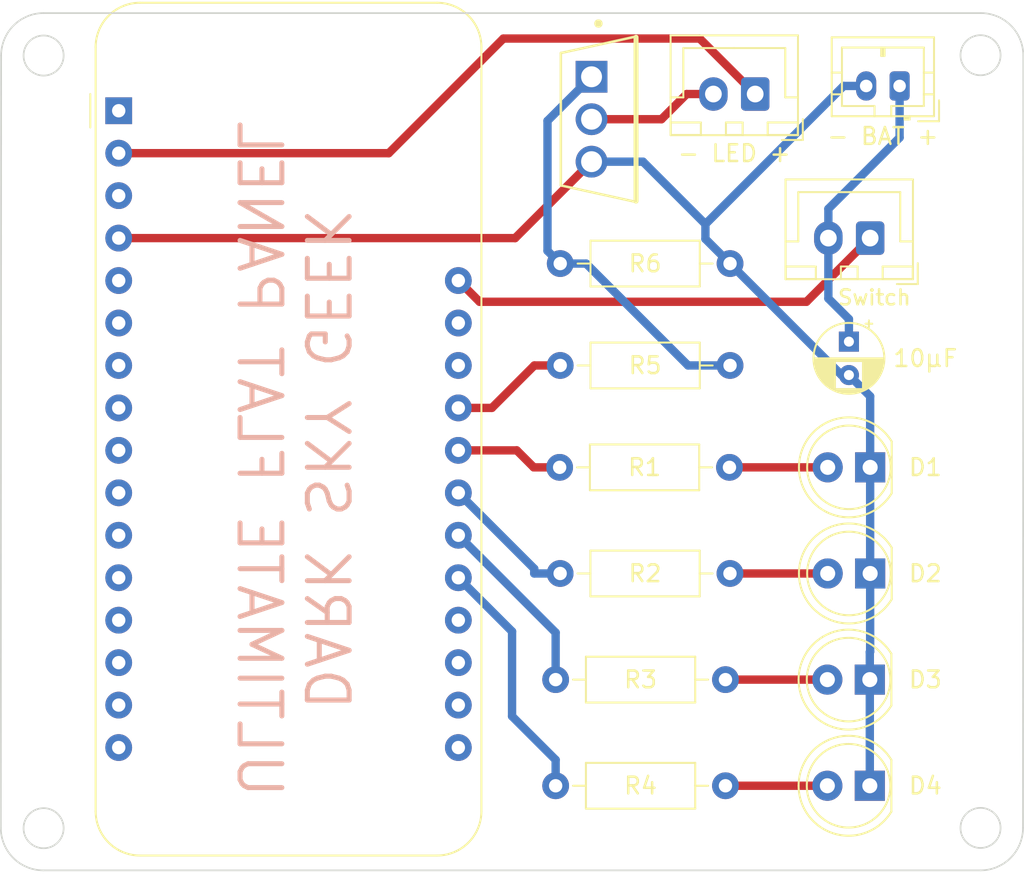
<source format=kicad_pcb>
(kicad_pcb (version 20211014) (generator pcbnew)
  (title_block (title "Wireless Flat Panel Control Circuit") (date "2023-03-21") (rev "1.0") (comment 3 "License: MIT") (comment 4 "Author: Julien Lecomte"))
  (layers (0 "F.Cu" signal) (31 "B.Cu" signal) (34 "B.Paste" user) (35 "F.Paste" user) (36 "B.SilkS" user "B.Silkscreen") (37 "F.SilkS" user "F.Silkscreen") (38 "B.Mask" user) (39 "F.Mask" user) (44 "Edge.Cuts" user))
  (net 0 "")
  (net 2 "Net-(A1-Pad2)")
  (net 20 "Net-(A1-Pad21)")
  (net 21 "Net-(A1-Pad22)")
  (net 22 "Net-(A1-Pad23)")
  (net 23 "Net-(A1-Pad24)")
  (net 24 "Net-(R5-Pad2)")
  (net 27 "Net-(C1-Pad1)")
  (net 28 "GND")
  (net 29 "Net-(D1-Pad2)")
  (net 30 "Net-(D2-Pad2)")
  (net 31 "Net-(D3-Pad2)")
  (net 32 "Net-(D4-Pad2)")
  (net 33 "Net-(Q1-Pad2)")
  (net 34 "Net-(Q1-Pad1)")
  (net 35 "Net-(A1-Pad28)")
  (footprint "LED_THT:LED_D5.0mm" (layer "F.Cu") (at 153.904 100.838 180)
    (fp_text reference "D3" (at -3.322 0) (layer "F.SilkS"))
    (fp_text value "LED")
    (fp_line (start -1.29 -1.545) (end -1.29 1.545) (layer "F.SilkS") (width 0.12))
    (fp_arc (start -1.29 -1.54483) (mid 2.072002 -2.880433) (end 4.26 0.000462) (layer "F.SilkS") (width 0.12))
    (fp_arc (start 4.26 -0.000462) (mid 2.072002 2.880433) (end -1.29 1.54483) (layer "F.SilkS") (width 0.12))
    (fp_circle (center 1.27 0) (end 3.77 0) (layer "F.SilkS") (width 0.12) (fill none))
    (pad "1" thru_hole rect (at 0 0 180) (size 1.8 1.8) (drill 0.9) (layers *.Cu *.Mask) (net 28 "GND"))
    (pad "2" thru_hole circle (at 2.54 0 180) (size 1.8 1.8) (drill 0.9) (layers *.Cu *.Mask) (net 31 "Net-(D3-Pad2)"))
  )
  (footprint "Connector_JST:JST_PH_B2B-PH-K_1x02_P2.00mm_Vertical" (layer "F.Cu") (at 155.686 65.32 180)
    (fp_text reference "- BAT +" (at 1 -3.006) (layer "F.SilkS"))
    (fp_text value "JST-PH Bat")
    (fp_line (start -2.06 2.91) (end 4.06 2.91) (layer "F.SilkS") (width 0.12))
    (fp_line (start -2.06 -0.5) (end -1.45 -0.5) (layer "F.SilkS") (width 0.12))
    (fp_line (start 4.06 -0.5) (end 3.45 -0.5) (layer "F.SilkS") (width 0.12))
    (fp_line (start 3.45 -1.2) (end 1.5 -1.2) (layer "F.SilkS") (width 0.12))
    (fp_line (start 0.9 1.8) (end 1.1 1.8) (layer "F.SilkS") (width 0.12))
    (fp_line (start 3.45 2.3) (end 3.45 -1.2) (layer "F.SilkS") (width 0.12))
    (fp_line (start -0.6 -2.01) (end -0.6 -1.81) (layer "F.SilkS") (width 0.12))
    (fp_line (start 1.5 -1.2) (end 1.5 -1.81) (layer "F.SilkS") (width 0.12))
    (fp_line (start -1.11 -2.11) (end -2.36 -2.11) (layer "F.SilkS") (width 0.12))
    (fp_line (start -1.45 2.3) (end 3.45 2.3) (layer "F.SilkS") (width 0.12))
    (fp_line (start -2.36 -2.11) (end -2.36 -0.86) (layer "F.SilkS") (width 0.12))
    (fp_line (start -0.3 -2.01) (end -0.6 -2.01) (layer "F.SilkS") (width 0.12))
    (fp_line (start 0.5 -1.2) (end -1.45 -1.2) (layer "F.SilkS") (width 0.12))
    (fp_line (start -0.3 -1.91) (end -0.6 -1.91) (layer "F.SilkS") (width 0.12))
    (fp_line (start 4.06 2.91) (end 4.06 -1.81) (layer "F.SilkS") (width 0.12))
    (fp_line (start 4.06 -1.81) (end -2.06 -1.81) (layer "F.SilkS") (width 0.12))
    (fp_line (start 1.1 1.8) (end 1.1 2.3) (layer "F.SilkS") (width 0.12))
    (fp_line (start 0.5 -1.81) (end 0.5 -1.2) (layer "F.SilkS") (width 0.12))
    (fp_line (start 4.06 0.8) (end 3.45 0.8) (layer "F.SilkS") (width 0.12))
    (fp_line (start -1.45 -1.2) (end -1.45 2.3) (layer "F.SilkS") (width 0.12))
    (fp_line (start 1 2.3) (end 1 1.8) (layer "F.SilkS") (width 0.12))
    (fp_line (start 0.9 2.3) (end 0.9 1.8) (layer "F.SilkS") (width 0.12))
    (fp_line (start -2.06 -1.81) (end -2.06 2.91) (layer "F.SilkS") (width 0.12))
    (fp_line (start -0.3 -1.81) (end -0.3 -2.01) (layer "F.SilkS") (width 0.12))
    (fp_line (start -2.06 0.8) (end -1.45 0.8) (layer "F.SilkS") (width 0.12))
    (pad "1" thru_hole roundrect (at 0 0 180) (size 1.2 1.75) (drill 0.75) (layers *.Cu *.Mask) (roundrect_rratio 0.208333) (net 27 "Net-(C1-Pad1)"))
    (pad "2" thru_hole oval (at 2 0 180) (size 1.2 1.75) (drill 0.75) (layers *.Cu *.Mask) (net 28 "GND"))
  )
  (footprint "LED_THT:LED_D5.0mm" (layer "F.Cu") (at 153.924 94.488 180)
    (fp_text reference "D2" (at -3.302 0) (layer "F.SilkS"))
    (fp_text value "LED")
    (fp_line (start -1.29 -1.545) (end -1.29 1.545) (layer "F.SilkS") (width 0.12))
    (fp_arc (start -1.29 -1.54483) (mid 2.072002 -2.880433) (end 4.26 0.000462) (layer "F.SilkS") (width 0.12))
    (fp_arc (start 4.26 -0.000462) (mid 2.072002 2.880433) (end -1.29 1.54483) (layer "F.SilkS") (width 0.12))
    (fp_circle (center 1.27 0) (end 3.77 0) (layer "F.SilkS") (width 0.12) (fill none))
    (pad "1" thru_hole rect (at 0 0 180) (size 1.8 1.8) (drill 0.9) (layers *.Cu *.Mask) (net 28 "GND"))
    (pad "2" thru_hole circle (at 2.54 0 180) (size 1.8 1.8) (drill 0.9) (layers *.Cu *.Mask) (net 30 "Net-(D2-Pad2)"))
  )
  (footprint "Resistor_THT:R_Axial_DIN0207_L6.3mm_D2.5mm_P10.16mm_Horizontal" (layer "F.Cu") (at 145.537 94.488 180)
    (fp_text reference "R2" (at 5.08 0) (layer "F.SilkS"))
    (fp_text value "330Ω")
    (fp_line (start 1.81 -1.37) (end 1.81 1.37) (layer "F.SilkS") (width 0.12))
    (fp_line (start 9.12 0) (end 8.35 0) (layer "F.SilkS") (width 0.12))
    (fp_line (start 1.81 1.37) (end 8.35 1.37) (layer "F.SilkS") (width 0.12))
    (fp_line (start 8.35 1.37) (end 8.35 -1.37) (layer "F.SilkS") (width 0.12))
    (fp_line (start 8.35 -1.37) (end 1.81 -1.37) (layer "F.SilkS") (width 0.12))
    (fp_line (start 1.04 0) (end 1.81 0) (layer "F.SilkS") (width 0.12))
    (pad "1" thru_hole circle (at 0 0 180) (size 1.6 1.6) (drill 0.8) (layers *.Cu *.Mask) (net 30 "Net-(D2-Pad2)"))
    (pad "2" thru_hole oval (at 10.16 0 180) (size 1.6 1.6) (drill 0.8) (layers *.Cu *.Mask) (net 22 "Net-(A1-Pad23)"))
  )
  (footprint "Resistor_THT:R_Axial_DIN0207_L6.3mm_D2.5mm_P10.16mm_Horizontal" (layer "F.Cu") (at 145.542 82.042 180)
    (fp_text reference "R5" (at 5.08 0) (layer "F.SilkS"))
    (fp_text value "330Ω")
    (fp_line (start 8.35 1.37) (end 8.35 -1.37) (layer "F.SilkS") (width 0.12))
    (fp_line (start 8.35 -1.37) (end 1.81 -1.37) (layer "F.SilkS") (width 0.12))
    (fp_line (start 1.81 -1.37) (end 1.81 1.37) (layer "F.SilkS") (width 0.12))
    (fp_line (start 9.12 0) (end 8.35 0) (layer "F.SilkS") (width 0.12))
    (fp_line (start 1.04 0) (end 1.81 0) (layer "F.SilkS") (width 0.12))
    (fp_line (start 1.81 1.37) (end 8.35 1.37) (layer "F.SilkS") (width 0.12))
    (pad "1" thru_hole circle (at 0 0 180) (size 1.6 1.6) (drill 0.8) (layers *.Cu *.Mask) (net 34 "Net-(Q1-Pad1)"))
    (pad "2" thru_hole oval (at 10.16 0 180) (size 1.6 1.6) (drill 0.8) (layers *.Cu *.Mask) (net 24 "Net-(R5-Pad2)"))
  )
  (footprint "Connector_JST:JST_XH_B2B-XH-A_1x02_P2.50mm_Vertical" (layer "F.Cu") (at 147.046 65.803 180)
    (fp_text reference "- LED +" (at 1.25 -3.55) (layer "F.SilkS"))
    (fp_text value "JST-XH LED")
    (fp_line (start 0.75 -1.7) (end 1.75 -1.7) (layer "F.SilkS") (width 0.12))
    (fp_line (start -1.8 -0.2) (end -1.8 2.75) (layer "F.SilkS") (width 0.12))
    (fp_line (start -2.56 3.51) (end 5.06 3.51) (layer "F.SilkS") (width 0.12))
    (fp_line (start -0.75 -2.45) (end -2.55 -2.45) (layer "F.SilkS") (width 0.12))
    (fp_line (start 5.05 -2.45) (end 3.25 -2.45) (layer "F.SilkS") (width 0.12))
    (fp_line (start -2.55 -2.45) (end -2.55 -1.7) (layer "F.SilkS") (width 0.12))
    (fp_line (start 3.25 -1.7) (end 5.05 -1.7) (layer "F.SilkS") (width 0.12))
    (fp_line (start 0.75 -2.45) (end 0.75 -1.7) (layer "F.SilkS") (width 0.12))
    (fp_line (start 3.25 -2.45) (end 3.25 -1.7) (layer "F.SilkS") (width 0.12))
    (fp_line (start 5.05 -1.7) (end 5.05 -2.45) (layer "F.SilkS") (width 0.12))
    (fp_line (start 1.75 -2.45) (end 0.75 -2.45) (layer "F.SilkS") (width 0.12))
    (fp_line (start -2.55 -1.7) (end -0.75 -1.7) (layer "F.SilkS") (width 0.12))
    (fp_line (start 5.06 3.51) (end 5.06 -2.46) (layer "F.SilkS") (width 0.12))
    (fp_line (start -2.55 -0.2) (end -1.8 -0.2) (layer "F.SilkS") (width 0.12))
    (fp_line (start -2.56 -2.46) (end -2.56 3.51) (layer "F.SilkS") (width 0.12))
    (fp_line (start -0.75 -1.7) (end -0.75 -2.45) (layer "F.SilkS") (width 0.12))
    (fp_line (start -2.85 -2.75) (end -2.85 -1.5) (layer "F.SilkS") (width 0.12))
    (fp_line (start -1.8 2.75) (end 1.25 2.75) (layer "F.SilkS") (width 0.12))
    (fp_line (start 5.05 -0.2) (end 4.3 -0.2) (layer "F.SilkS") (width 0.12))
    (fp_line (start 1.75 -1.7) (end 1.75 -2.45) (layer "F.SilkS") (width 0.12))
    (fp_line (start -1.6 -2.75) (end -2.85 -2.75) (layer "F.SilkS") (width 0.12))
    (fp_line (start 4.3 2.75) (end 1.25 2.75) (layer "F.SilkS") (width 0.12))
    (fp_line (start 4.3 -0.2) (end 4.3 2.75) (layer "F.SilkS") (width 0.12))
    (fp_line (start 5.06 -2.46) (end -2.56 -2.46) (layer "F.SilkS") (width 0.12))
    (pad "1" thru_hole roundrect (at 0 0 180) (size 1.7 2) (drill 1) (layers *.Cu *.Mask) (roundrect_rratio 0.147059) (net 2 "Net-(A1-Pad2)"))
    (pad "2" thru_hole oval (at 2.5 0 180) (size 1.7 2) (drill 1) (layers *.Cu *.Mask) (net 33 "Net-(Q1-Pad2)"))
  )
  (footprint "footprints:FQP30N06L" (layer "F.Cu") (at 137.668 67.31)
    (fp_text reference "Q1" hide)
    (fp_text value "Val**" hide)
    (fp_line (start -2.25 -3.96) (end -2.25 3.96) (layer "F.SilkS") (width 0.15))
    (fp_line (start 2.25 -4.95) (end -2.25 -3.96) (layer "F.SilkS") (width 0.15))
    (fp_line (start -2.25 3.96) (end 2.25 4.95) (layer "F.SilkS") (width 0.15))
    (fp_line (start 2.25 4.9) (end 2.25 -4.9) (layer "F.SilkS") (width 0.3))
    (fp_circle (center 0 -5.725) (end 0.125 -5.725) (layer "F.SilkS") (width 0.25) (fill none))
    (pad "1" thru_hole rect (at -0.4125 -2.54) (size 1.9 1.9) (drill 1.25) (layers *.Cu "F.Mask") (net 34 "Net-(Q1-Pad1)"))
    (pad "2" thru_hole circle (at -0.4125 0) (size 1.9 1.9) (drill 1.25) (layers *.Cu "F.Mask") (net 33 "Net-(Q1-Pad2)"))
    (pad "3" thru_hole circle (at -0.4125 2.54) (size 1.9 1.9) (drill 1.25) (layers *.Cu "F.Mask") (net 28 "GND"))
  )
  (footprint "LED_THT:LED_D5.0mm" (layer "F.Cu") (at 153.924 88.138 180)
    (fp_text reference "D1" (at -3.302 0) (layer "F.SilkS"))
    (fp_text value "LED")
    (fp_line (start -1.29 -1.545) (end -1.29 1.545) (layer "F.SilkS") (width 0.12))
    (fp_arc (start -1.29 -1.54483) (mid 2.072002 -2.880433) (end 4.26 0.000462) (layer "F.SilkS") (width 0.12))
    (fp_arc (start 4.26 -0.000462) (mid 2.072002 2.880433) (end -1.29 1.54483) (layer "F.SilkS") (width 0.12))
    (fp_circle (center 1.27 0) (end 3.77 0) (layer "F.SilkS") (width 0.12) (fill none))
    (pad "1" thru_hole rect (at 0 0 180) (size 1.8 1.8) (drill 0.9) (layers *.Cu *.Mask) (net 28 "GND"))
    (pad "2" thru_hole circle (at 2.54 0 180) (size 1.8 1.8) (drill 0.9) (layers *.Cu *.Mask) (net 29 "Net-(D1-Pad2)"))
  )
  (footprint "Module:Adafruit_Feather" (layer "F.Cu") (at 108.966 66.802)
    (fp_text reference "A1" hide)
    (fp_text value "Adafruit Feather nRF52840 Express")
    (fp_line (start -1.38 -3.81) (end -1.38 41.91) (layer "F.SilkS") (width 0.12))
    (fp_line (start 21.7 -3.81) (end 21.7 41.91) (layer "F.SilkS") (width 0.12))
    (fp_line (start 19.05 44.56) (end 1.27 44.56) (layer "F.SilkS") (width 0.12))
    (fp_line (start -1.7 1) (end -1.7 -1) (layer "F.SilkS") (width 0.12))
    (fp_line (start 19.05 -6.46) (end 1.27 -6.46) (layer "F.SilkS") (width 0.12))
    (fp_arc (start -1.38 -3.81) (mid -0.603833 -5.683833) (end 1.27 -6.46) (layer "F.SilkS") (width 0.12))
    (fp_arc (start 21.7 41.91) (mid 20.923833 43.783833) (end 19.05 44.56) (layer "F.SilkS") (width 0.12))
    (fp_arc (start 1.27 44.56) (mid -0.603833 43.783833) (end -1.38 41.91) (layer "F.SilkS") (width 0.12))
    (fp_arc (start 19.05 -6.46) (mid 20.923833 -5.683833) (end 21.7 -3.81) (layer "F.SilkS") (width 0.12))
    (pad "1" thru_hole rect (at 0 0 180) (size 1.6 1.6) (drill 0.8) (layers *.Cu *.Mask))
    (pad "2" thru_hole circle (at 0 2.54 180) (size 1.6 1.6) (drill 0.8) (layers *.Cu *.Mask) (net 2 "Net-(A1-Pad2)"))
    (pad "3" thru_hole circle (at 0 5.08 180) (size 1.6 1.6) (drill 0.8) (layers *.Cu *.Mask))
    (pad "4" thru_hole circle (at 0 7.62 180) (size 1.6 1.6) (drill 0.8) (layers *.Cu *.Mask) (net 28 "GND"))
    (pad "5" thru_hole circle (at 0 10.16 180) (size 1.6 1.6) (drill 0.8) (layers *.Cu *.Mask))
    (pad "6" thru_hole circle (at 0 12.7 180) (size 1.6 1.6) (drill 0.8) (layers *.Cu *.Mask))
    (pad "7" thru_hole circle (at 0 15.24 180) (size 1.6 1.6) (drill 0.8) (layers *.Cu *.Mask))
    (pad "8" thru_hole circle (at 0 17.78 180) (size 1.6 1.6) (drill 0.8) (layers *.Cu *.Mask))
    (pad "9" thru_hole circle (at 0 20.32 180) (size 1.6 1.6) (drill 0.8) (layers *.Cu *.Mask))
    (pad "10" thru_hole circle (at 0 22.86 180) (size 1.6 1.6) (drill 0.8) (layers *.Cu *.Mask))
    (pad "11" thru_hole circle (at 0 25.4 180) (size 1.6 1.6) (drill 0.8) (layers *.Cu *.Mask))
    (pad "12" thru_hole circle (at 0 27.94 180) (size 1.6 1.6) (drill 0.8) (layers *.Cu *.Mask))
    (pad "13" thru_hole circle (at 0 30.48 180) (size 1.6 1.6) (drill 0.8) (layers *.Cu *.Mask))
    (pad "14" thru_hole circle (at 0 33.02 180) (size 1.6 1.6) (drill 0.8) (layers *.Cu *.Mask))
    (pad "15" thru_hole circle (at 0 35.56 180) (size 1.6 1.6) (drill 0.8) (layers *.Cu *.Mask))
    (pad "16" thru_hole circle (at 0 38.1 180) (size 1.6 1.6) (drill 0.8) (layers *.Cu *.Mask))
    (pad "17" thru_hole circle (at 20.32 38.1 180) (size 1.6 1.6) (drill 0.8) (layers *.Cu *.Mask))
    (pad "18" thru_hole circle (at 20.32 35.56 180) (size 1.6 1.6) (drill 0.8) (layers *.Cu *.Mask))
    (pad "19" thru_hole circle (at 20.32 33.02 180) (size 1.6 1.6) (drill 0.8) (layers *.Cu *.Mask))
    (pad "20" thru_hole circle (at 20.32 30.48 180) (size 1.6 1.6) (drill 0.8) (layers *.Cu *.Mask))
    (pad "21" thru_hole circle (at 20.32 27.94 180) (size 1.6 1.6) (drill 0.8) (layers *.Cu *.Mask) (net 20 "Net-(A1-Pad21)"))
    (pad "22" thru_hole circle (at 20.32 25.4 180) (size 1.6 1.6) (drill 0.8) (layers *.Cu *.Mask) (net 21 "Net-(A1-Pad22)"))
    (pad "23" thru_hole circle (at 20.32 22.86 180) (size 1.6 1.6) (drill 0.8) (layers *.Cu *.Mask) (net 22 "Net-(A1-Pad23)"))
    (pad "24" thru_hole circle (at 20.32 20.32 180) (size 1.6 1.6) (drill 0.8) (layers *.Cu *.Mask) (net 23 "Net-(A1-Pad24)"))
    (pad "25" thru_hole circle (at 20.32 17.78 180) (size 1.6 1.6) (drill 0.8) (layers *.Cu *.Mask) (net 24 "Net-(R5-Pad2)"))
    (pad "26" thru_hole circle (at 20.32 15.24 180) (size 1.6 1.6) (drill 0.8) (layers *.Cu *.Mask))
    (pad "27" thru_hole circle (at 20.32 12.7 180) (size 1.6 1.6) (drill 0.8) (layers *.Cu *.Mask))
    (pad "28" thru_hole circle (at 20.32 10.16 180) (size 1.6 1.6) (drill 0.8) (layers *.Cu *.Mask) (net 35 "Net-(A1-Pad28)"))
  )
  (footprint "LED_THT:LED_D5.0mm" (layer "F.Cu") (at 153.904 107.188 180)
    (fp_text reference "D4" (at -3.322 0) (layer "F.SilkS"))
    (fp_text value "LED")
    (fp_line (start -1.29 -1.545) (end -1.29 1.545) (layer "F.SilkS") (width 0.12))
    (fp_arc (start 4.26 -0.000462) (mid 2.072002 2.880433) (end -1.29 1.54483) (layer "F.SilkS") (width 0.12))
    (fp_arc (start -1.29 -1.54483) (mid 2.072002 -2.880433) (end 4.26 0.000462) (layer "F.SilkS") (width 0.12))
    (fp_circle (center 1.27 0) (end 3.77 0) (layer "F.SilkS") (width 0.12) (fill none))
    (pad "1" thru_hole rect (at 0 0 180) (size 1.8 1.8) (drill 0.9) (layers *.Cu *.Mask) (net 28 "GND"))
    (pad "2" thru_hole circle (at 2.54 0 180) (size 1.8 1.8) (drill 0.9) (layers *.Cu *.Mask) (net 32 "Net-(D4-Pad2)"))
  )
  (footprint "Resistor_THT:R_Axial_DIN0207_L6.3mm_D2.5mm_P10.16mm_Horizontal" (layer "F.Cu") (at 145.542 75.946 180)
    (fp_text reference "R6" (at 5.08 0) (layer "F.SilkS"))
    (fp_text value "5KΩ")
    (fp_line (start 1.81 1.37) (end 8.35 1.37) (layer "F.SilkS") (width 0.12))
    (fp_line (start 1.81 -1.37) (end 1.81 1.37) (layer "F.SilkS") (width 0.12))
    (fp_line (start 1.04 0) (end 1.81 0) (layer "F.SilkS") (width 0.12))
    (fp_line (start 8.35 -1.37) (end 1.81 -1.37) (layer "F.SilkS") (width 0.12))
    (fp_line (start 9.12 0) (end 8.35 0) (layer "F.SilkS") (width 0.12))
    (fp_line (start 8.35 1.37) (end 8.35 -1.37) (layer "F.SilkS") (width 0.12))
    (pad "1" thru_hole circle (at 0 0 180) (size 1.6 1.6) (drill 0.8) (layers *.Cu *.Mask) (net 28 "GND"))
    (pad "2" thru_hole oval (at 10.16 0 180) (size 1.6 1.6) (drill 0.8) (layers *.Cu *.Mask) (net 34 "Net-(Q1-Pad1)"))
  )
  (footprint "Capacitor_THT:CP_Radial_D4.0mm_P2.00mm" (layer "F.Cu") (at 152.654 80.6162 -90)
    (fp_text reference "10µF" (at 1 -4.572) (layer "F.SilkS"))
    (fp_text value "10µF")
    (fp_line (start 2.761 0.84) (end 2.761 1.142) (layer "F.SilkS") (width 0.12))
    (fp_line (start 2.201 -1.708) (end 2.201 -0.84) (layer "F.SilkS") (width 0.12))
    (fp_line (start 2.241 -1.68) (end 2.241 -0.84) (layer "F.SilkS") (width 0.12))
    (fp_line (start 1.28 0.84) (end 1.28 2.062) (layer "F.SilkS") (width 0.12))
    (fp_line (start 1.4 0.84) (end 1.4 2.042) (layer "F.SilkS") (width 0.12))
    (fp_line (start 1.56 -2.005) (end 1.56 -0.84) (layer "F.SilkS") (width 0.12))
    (fp_line (start 1 -2.08) (end 1 2.08) (layer "F.SilkS") (width 0.12))
    (fp_line (start 1.721 0.84) (end 1.721 1.954) (layer "F.SilkS") (width 0.12))
    (fp_line (start -1.069801 -1.395) (end -1.069801 -0.995) (layer "F.SilkS") (width 0.12))
    (fp_line (start 2.521 0.84) (end 2.521 1.438) (layer "F.SilkS") (width 0.12))
    (fp_line (start 3.041 -0.537) (end 3.041 0.537) (layer "F.SilkS") (width 0.12))
    (fp_line (start 1.841 -1.907) (end 1.841 -0.84) (layer "F.SilkS") (width 0.12))
    (fp_line (start 1.961 0.84) (end 1.961 1.851) (layer "F.SilkS") (width 0.12))
    (fp_line (start 2.481 -1.478) (end 2.481 -0.84) (layer "F.SilkS") (width 0.12))
    (fp_line (start 1.2 -2.071) (end 1.2 -0.84) (layer "F.SilkS") (width 0.12))
    (fp_line (start 2.601 0.84) (end 2.601 1.351) (layer "F.SilkS") (width 0.12))
    (fp_line (start 1.12 -2.077) (end 1.12 2.077) (layer "F.SilkS") (width 0.12))
    (fp_line (start 1.801 0.84) (end 1.801 1.924) (layer "F.SilkS") (width 0.12))
    (fp_line (start 1.44 0.84) (end 1.44 2.034) (layer "F.SilkS") (width 0.12))
    (fp_line (start 1.841 0.84) (end 1.841 1.907) (layer "F.SilkS") (width 0.12))
    (fp_line (start 1.6 0.84) (end 1.6 1.994) (layer "F.SilkS") (width 0.12))
    (fp_line (start 2.161 0.84) (end 2.161 1.735) (layer "F.SilkS") (width 0.12))
    (fp_line (start 1.48 -2.025) (end 1.48 -0.84) (layer "F.SilkS") (width 0.12))
    (fp_line (start 2.041 0.84) (end 2.041 1.808) (layer "F.SilkS") (width 0.12))
    (fp_line (start 1.04 -2.08) (end 1.04 2.08) (layer "F.SilkS") (width 0.12))
    (fp_line (start 1.801 -1.924) (end 1.801 -0.84) (layer "F.SilkS") (width 0.12))
    (fp_line (start 2.601 -1.351) (end 2.601 -0.84) (layer "F.SilkS") (width 0.12))
    (fp_line (start 1.32 0.84) (end 1.32 2.056) (layer "F.SilkS") (width 0.12))
    (fp_line (start 2.801 0.84) (end 2.801 1.08) (layer "F.SilkS") (width 0.12))
    (fp_line (start 1.6 -1.994) (end 1.6 -0.84) (layer "F.SilkS") (width 0.12))
    (fp_line (start 2.641 -1.304) (end 2.641 -0.84) (layer "F.SilkS") (width 0.12))
    (fp_line (start 2.001 0.84) (end 2.001 1.83) (layer "F.SilkS") (width 0.12))
    (fp_line (start 1.36 -2.05) (end 1.36 -0.84) (layer "F.SilkS") (width 0.12))
    (fp_line (start 1.721 -1.954) (end 1.721 -0.84) (layer "F.SilkS") (width 0.12))
    (fp_line (start 2.681 -1.254) (end 2.681 -0.84) (layer "F.SilkS") (width 0.12))
    (fp_line (start 1.68 0.84) (end 1.68 1.968) (layer "F.SilkS") (width 0.12))
    (fp_line (start 1.08 -2.079) (end 1.08 2.079) (layer "F.SilkS") (width 0.12))
    (fp_line (start 2.721 0.84) (end 2.721 1.2) (layer "F.SilkS") (width 0.12))
    (fp_line (start 2.481 0.84) (end 2.481 1.478) (layer "F.SilkS") (width 0.12))
    (fp_line (start 1.24 0.84) (end 1.24 2.067) (layer "F.SilkS") (width 0.12))
    (fp_line (start 2.561 0.84) (end 2.561 1.396) (layer "F.SilkS") (width 0.12))
    (fp_line (start 2.721 -1.2) (end 2.721 -0.84) (layer "F.SilkS") (width 0.12))
    (fp_line (start 2.041 -1.808) (end 2.041 -0.84) (layer "F.SilkS") (width 0.12))
    (fp_line (start 1.16 -2.074) (end 1.16 2.074) (layer "F.SilkS") (width 0.12))
    (fp_line (start 1.2 0.84) (end 1.2 2.071) (layer "F.SilkS") (width 0.12))
    (fp_line (start 2.441 0.84) (end 2.441 1.516) (layer "F.SilkS") (width 0.12))
    (fp_line (start 2.401 0.84) (end 2.401 1.552) (layer "F.SilkS") (width 0.12))
    (fp_line (start 2.441 -1.516) (end 2.441 -0.84) (layer "F.SilkS") (width 0.12))
    (fp_line (start 2.361 0.84) (end 2.361 1.587) (layer "F.SilkS") (width 0.12))
    (fp_line (start 2.681 0.84) (end 2.681 1.254) (layer "F.SilkS") (width 0.12))
    (fp_line (start 2.161 -1.735) (end 2.161 -0.84) (layer "F.SilkS") (width 0.12))
    (fp_line (start 2.321 0.84) (end 2.321 1.619) (layer "F.SilkS") (width 0.12))
    (fp_line (start 2.281 -1.65) (end 2.281 -0.84) (layer "F.SilkS") (width 0.12))
    (fp_line (start 2.121 0.84) (end 2.121 1.76) (layer "F.SilkS") (width 0.12))
    (fp_line (start 2.081 -1.785) (end 2.081 -0.84) (layer "F.SilkS") (width 0.12))
    (fp_line (start -1.269801 -1.195) (end -0.869801 -1.195) (layer "F.SilkS") (width 0.12))
    (fp_line (start 2.921 -0.859) (end 2.921 0.859) (layer "F.SilkS") (width 0.12))
    (fp_line (start 1.36 0.84) (end 1.36 2.05) (layer "F.SilkS") (width 0.12))
    (fp_line (start 2.241 0.84) (end 2.241 1.68) (layer "F.SilkS") (width 0.12))
    (fp_line (start 1.921 -1.87) (end 1.921 -0.84) (layer "F.SilkS") (width 0.12))
    (fp_line (start 2.121 -1.76) (end 2.121 -0.84) (layer "F.SilkS") (width 0.12))
    (fp_line (start 2.361 -1.587) (end 2.361 -0.84) (layer "F.SilkS") (width 0.12))
    (fp_line (start 2.961 -0.768) (end 2.961 0.768) (layer "F.SilkS") (width 0.12))
    (fp_line (start 2.521 -1.438) (end 2.521 -0.84) (layer "F.SilkS") (width 0.12))
    (fp_line (start 1.44 -2.034) (end 1.44 -0.84) (layer "F.SilkS") (width 0.12))
    (fp_line (start 2.881 -0.94) (end 2.881 0.94) (layer "F.SilkS") (width 0.12))
    (fp_line (start 1.32 -2.056) (end 1.32 -0.84) (layer "F.SilkS") (width 0.12))
    (fp_line (start 2.401 -1.552) (end 2.401 -0.84) (layer "F.SilkS") (width 0.12))
    (fp_line (start 2.761 -1.142) (end 2.761 -0.84) (layer "F.SilkS") (width 0.12))
    (fp_line (start 2.801 -1.08) (end 2.801 -0.84) (layer "F.SilkS") (width 0.12))
    (fp_line (start 1.64 -1.982) (end 1.64 -0.84) (layer "F.SilkS") (width 0.12))
    (fp_line (start 1.881 -1.889) (end 1.881 -0.84) (layer "F.SilkS") (width 0.12))
    (fp_line (start 2.561 -1.396) (end 2.561 -0.84) (layer "F.SilkS") (width 0.12))
    (fp_line (start 1.48 0.84) (end 1.48 2.025) (layer "F.SilkS") (width 0.12))
    (fp_line (start 2.641 0.84) (end 2.641 1.304) (layer "F.SilkS") (width 0.12))
    (fp_line (start 1.56 0.84) (end 1.56 2.005) (layer "F.SilkS") (width 0.12))
    (fp_line (start 1.961 -1.851) (end 1.961 -0.84) (layer "F.SilkS") (width 0.12))
    (fp_line (start 2.201 0.84) (end 2.201 1.708) (layer "F.SilkS") (width 0.12))
    (fp_line (start 1.761 -1.94) (end 1.761 -0.84) (layer "F.SilkS") (width 0.12))
    (fp_line (start 1.64 0.84) (end 1.64 1.982) (layer "F.SilkS") (width 0.12))
    (fp_line (start 1.761 0.84) (end 1.761 1.94) (layer "F.SilkS") (width 0.12))
    (fp_line (start 2.001 -1.83) (end 2.001 -0.84) (layer "F.SilkS") (width 0.12))
    (fp_line (start 3.081 -0.37) (end 3.081 0.37) (layer "F.SilkS") (width 0.12))
    (fp_line (start 1.52 -2.016) (end 1.52 -0.84) (layer "F.SilkS") (width 0.12))
    (fp_line (start 3.001 -0.664) (end 3.001 0.664) (layer "F.SilkS") (width 0.12))
    (fp_line (start 2.081 0.84) (end 2.081 1.785) (layer "F.SilkS") (width 0.12))
    (fp_line (start 1.52 0.84) (end 1.52 2.016) (layer "F.SilkS") (width 0.12))
    (fp_line (start 2.281 0.84) (end 2.281 1.65) (layer "F.SilkS") (width 0.12))
    (fp_line (start 2.841 -1.013) (end 2.841 1.013) (layer "F.SilkS") (width 0.12))
    (fp_line (start 1.4 -2.042) (end 1.4 -0.84) (layer "F.SilkS") (width 0.12))
    (fp_line (start 2.321 -1.619) (end 2.321 -0.84) (layer "F.SilkS") (width 0.12))
    (fp_line (start 1.921 0.84) (end 1.921 1.87) (layer "F.SilkS") (width 0.12))
    (fp_line (start 1.881 0.84) (end 1.881 1.889) (layer "F.SilkS") (width 0.12))
    (fp_line (start 1.28 -2.062) (end 1.28 -0.84) (layer "F.SilkS") (width 0.12))
    (fp_line (start 1.24 -2.067) (end 1.24 -0.84) (layer "F.SilkS") (width 0.12))
    (fp_line (start 1.68 -1.968) (end 1.68 -0.84) (layer "F.SilkS") (width 0.12))
    (fp_circle (center 1 0) (end 3.12 0) (layer "F.SilkS") (width 0.12) (fill none))
    (pad "1" thru_hole rect (at 0 0 270) (size 1.2 1.2) (drill 0.6) (layers *.Cu *.Mask) (net 27 "Net-(C1-Pad1)"))
    (pad "2" thru_hole circle (at 2 0 270) (size 1.2 1.2) (drill 0.6) (layers *.Cu *.Mask) (net 28 "GND"))
  )
  (footprint "Resistor_THT:R_Axial_DIN0207_L6.3mm_D2.5mm_P10.16mm_Horizontal" (layer "F.Cu") (at 145.268 100.838 180)
    (fp_text reference "R3" (at 5.08 0) (layer "F.SilkS"))
    (fp_text value "330Ω")
    (fp_line (start 8.35 1.37) (end 8.35 -1.37) (layer "F.SilkS") (width 0.12))
    (fp_line (start 8.35 -1.37) (end 1.81 -1.37) (layer "F.SilkS") (width 0.12))
    (fp_line (start 1.81 1.37) (end 8.35 1.37) (layer "F.SilkS") (width 0.12))
    (fp_line (start 1.81 -1.37) (end 1.81 1.37) (layer "F.SilkS") (width 0.12))
    (fp_line (start 1.04 0) (end 1.81 0) (layer "F.SilkS") (width 0.12))
    (fp_line (start 9.12 0) (end 8.35 0) (layer "F.SilkS") (width 0.12))
    (pad "1" thru_hole circle (at 0 0 180) (size 1.6 1.6) (drill 0.8) (layers *.Cu *.Mask) (net 31 "Net-(D3-Pad2)"))
    (pad "2" thru_hole oval (at 10.16 0 180) (size 1.6 1.6) (drill 0.8) (layers *.Cu *.Mask) (net 21 "Net-(A1-Pad22)"))
  )
  (footprint "Connector_JST:JST_XH_B2B-XH-A_1x02_P2.50mm_Vertical" (layer "F.Cu") (at 153.924 74.422 180)
    (fp_text reference "Switch" (at -0.254 -3.556) (layer "F.SilkS") (effects (font (size 0.9 0.9))))
    (fp_text value "JST-XH Switch")
    (fp_line (start 4.3 2.75) (end 1.25 2.75) (layer "F.SilkS") (width 0.12))
    (fp_line (start -0.75 -1.7) (end -0.75 -2.45) (layer "F.SilkS") (width 0.12))
    (fp_line (start -0.75 -2.45) (end -2.55 -2.45) (layer "F.SilkS") (width 0.12))
    (fp_line (start -1.8 -0.2) (end -1.8 2.75) (layer "F.SilkS") (width 0.12))
    (fp_line (start 5.05 -2.45) (end 3.25 -2.45) (layer "F.SilkS") (width 0.12))
    (fp_line (start -2.55 -2.45) (end -2.55 -1.7) (layer "F.SilkS") (width 0.12))
    (fp_line (start 1.75 -2.45) (end 0.75 -2.45) (layer "F.SilkS") (width 0.12))
    (fp_line (start 5.05 -1.7) (end 5.05 -2.45) (layer "F.SilkS") (width 0.12))
    (fp_line (start 0.75 -2.45) (end 0.75 -1.7) (layer "F.SilkS") (width 0.12))
    (fp_line (start 3.25 -1.7) (end 5.05 -1.7) (layer "F.SilkS") (width 0.12))
    (fp_line (start -2.56 -2.46) (end -2.56 3.51) (layer "F.SilkS") (width 0.12))
    (fp_line (start -2.55 -0.2) (end -1.8 -0.2) (layer "F.SilkS") (width 0.12))
    (fp_line (start 0.75 -1.7) (end 1.75 -1.7) (layer "F.SilkS") (width 0.12))
    (fp_line (start 4.3 -0.2) (end 4.3 2.75) (layer "F.SilkS") (width 0.12))
    (fp_line (start -2.55 -1.7) (end -0.75 -1.7) (layer "F.SilkS") (width 0.12))
    (fp_line (start 5.06 3.51) (end 5.06 -2.46) (layer "F.SilkS") (width 0.12))
    (fp_line (start 3.25 -2.45) (end 3.25 -1.7) (layer "F.SilkS") (width 0.12))
    (fp_line (start -2.85 -2.75) (end -2.85 -1.5) (layer "F.SilkS") (width 0.12))
    (fp_line (start 5.06 -2.46) (end -2.56 -2.46) (layer "F.SilkS") (width 0.12))
    (fp_line (start -1.8 2.75) (end 1.25 2.75) (layer "F.SilkS") (width 0.12))
    (fp_line (start 1.75 -1.7) (end 1.75 -2.45) (layer "F.SilkS") (width 0.12))
    (fp_line (start 5.05 -0.2) (end 4.3 -0.2) (layer "F.SilkS") (width 0.12))
    (fp_line (start -1.6 -2.75) (end -2.85 -2.75) (layer "F.SilkS") (width 0.12))
    (fp_line (start -2.56 3.51) (end 5.06 3.51) (layer "F.SilkS") (width 0.12))
    (pad "1" thru_hole roundrect (at 0 0 180) (size 1.7 2) (drill 1) (layers *.Cu *.Mask) (roundrect_rratio 0.147059) (net 35 "Net-(A1-Pad28)"))
    (pad "2" thru_hole oval (at 2.5 0 180) (size 1.7 2) (drill 1) (layers *.Cu *.Mask) (net 27 "Net-(C1-Pad1)"))
  )
  (footprint "Resistor_THT:R_Axial_DIN0207_L6.3mm_D2.5mm_P10.16mm_Horizontal" (layer "F.Cu") (at 145.507 88.138 180)
    (fp_text reference "R1" (at 5.08 0) (layer "F.SilkS"))
    (fp_text value "330Ω")
    (fp_line (start 1.04 0) (end 1.81 0) (layer "F.SilkS") (width 0.12))
    (fp_line (start 8.35 1.37) (end 8.35 -1.37) (layer "F.SilkS") (width 0.12))
    (fp_line (start 8.35 -1.37) (end 1.81 -1.37) (layer "F.SilkS") (width 0.12))
    (fp_line (start 9.12 0) (end 8.35 0) (layer "F.SilkS") (width 0.12))
    (fp_line (start 1.81 -1.37) (end 1.81 1.37) (layer "F.SilkS") (width 0.12))
    (fp_line (start 1.81 1.37) (end 8.35 1.37) (layer "F.SilkS") (width 0.12))
    (pad "1" thru_hole circle (at 0 0 180) (size 1.6 1.6) (drill 0.8) (layers *.Cu *.Mask) (net 29 "Net-(D1-Pad2)"))
    (pad "2" thru_hole oval (at 10.16 0 180) (size 1.6 1.6) (drill 0.8) (layers *.Cu *.Mask) (net 23 "Net-(A1-Pad24)"))
  )
  (footprint "Resistor_THT:R_Axial_DIN0207_L6.3mm_D2.5mm_P10.16mm_Horizontal" (layer "F.Cu") (at 145.268 107.188 180)
    (fp_text reference "R4" (at 5.08 0) (layer "F.SilkS"))
    (fp_text value "330Ω")
    (fp_line (start 1.81 -1.37) (end 1.81 1.37) (layer "F.SilkS") (width 0.12))
    (fp_line (start 1.04 0) (end 1.81 0) (layer "F.SilkS") (width 0.12))
    (fp_line (start 8.35 1.37) (end 8.35 -1.37) (layer "F.SilkS") (width 0.12))
    (fp_line (start 8.35 -1.37) (end 1.81 -1.37) (layer "F.SilkS") (width 0.12))
    (fp_line (start 1.81 1.37) (end 8.35 1.37) (layer "F.SilkS") (width 0.12))
    (fp_line (start 9.12 0) (end 8.35 0) (layer "F.SilkS") (width 0.12))
    (pad "1" thru_hole circle (at 0 0 180) (size 1.6 1.6) (drill 0.8) (layers *.Cu *.Mask) (net 32 "Net-(D4-Pad2)"))
    (pad "2" thru_hole oval (at 10.16 0 180) (size 1.6 1.6) (drill 0.8) (layers *.Cu *.Mask) (net 20 "Net-(A1-Pad21)"))
  )
  (gr_arc (start 101.932 63.5) (mid 102.675949 61.703949) (end 104.472 60.96) (layer "Edge.Cuts") (width 0.1))
  (gr_line (start 101.913949 109.709949) (end 101.932 63.5) (layer "Edge.Cuts") (width 0.1))
  (gr_line (start 160.528 112.249949) (end 104.453949 112.249949) (layer "Edge.Cuts") (width 0.1))
  (gr_circle (center 104.472 63.5) (end 105.672 63.5) (layer "Edge.Cuts") (width 0.1) (fill none))
  (gr_line (start 104.472 60.96) (end 160.546051 60.96) (layer "Edge.Cuts") (width 0.1))
  (gr_line (start 163.086051 63.5) (end 163.068 109.709949) (layer "Edge.Cuts") (width 0.1))
  (gr_arc (start 160.546051 60.96) (mid 162.342102 61.703949) (end 163.086051 63.5) (layer "Edge.Cuts") (width 0.1))
  (gr_circle (center 104.472 109.728) (end 105.672 109.728) (layer "Edge.Cuts") (width 0.1) (fill none))
  (gr_circle (center 160.528 63.481949) (end 161.728 63.481949) (layer "Edge.Cuts") (width 0.1) (fill none))
  (gr_arc (start 163.068 109.709949) (mid 162.324051 111.506) (end 160.528 112.249949) (layer "Edge.Cuts") (width 0.1))
  (gr_arc (start 104.453949 112.249949) (mid 102.657898 111.506) (end 101.913949 109.709949) (layer "Edge.Cuts") (width 0.1))
  (gr_circle (center 160.528 109.709949) (end 161.728 109.709949) (layer "Edge.Cuts") (width 0.1) (fill none))
  (gr_text "DARK SKY GEEK\nULTIMATE FLAT PANEL" (at 119.38 87.6554 -90) (layer "B.SilkS") (effects (font (size 2.5 2.5) (thickness 0.3)) (justify mirror)))
  (segment (start 143.727 62.484) (end 147.046 65.803) (width 0.5) (layer "F.Cu") (net 2))
  (segment (start 131.9792 62.484) (end 143.727 62.484) (width 0.5) (layer "F.Cu") (net 2))
  (segment (start 108.966 69.342) (end 125.1212 69.342) (width 0.5) (layer "F.Cu") (net 2))
  (segment (start 125.1212 69.342) (end 131.9792 62.484) (width 0.5) (layer "F.Cu") (net 2))
  (segment (start 132.4996 97.9556) (end 132.4996 103.0295) (width 0.5) (layer "B.Cu") (net 20))
  (segment (start 132.4996 103.0295) (end 135.108 105.6379) (width 0.5) (layer "B.Cu") (net 20))
  (segment (start 135.108 107.188) (end 135.108 105.6379) (width 0.5) (layer "B.Cu") (net 20))
  (segment (start 129.286 94.742) (end 132.4996 97.9556) (width 0.5) (layer "B.Cu") (net 20))
  (segment (start 135.108 98.024) (end 135.108 100.838) (width 0.5) (layer "B.Cu") (net 21))
  (segment (start 129.286 92.202) (end 135.108 98.024) (width 0.5) (layer "B.Cu") (net 21))
  (segment (start 135.377 94.488) (end 133.8269 94.488) (width 0.5) (layer "B.Cu") (net 22))
  (segment (start 129.286 89.662) (end 133.8269 94.2029) (width 0.5) (layer "B.Cu") (net 22))
  (segment (start 133.8269 94.2029) (end 133.8269 94.488) (width 0.5) (layer "B.Cu") (net 22))
  (segment (start 132.7809 87.122) (end 133.7969 88.138) (width 0.5) (layer "F.Cu") (net 23))
  (segment (start 135.347 88.138) (end 133.7969 88.138) (width 0.5) (layer "F.Cu") (net 23))
  (segment (start 129.286 87.122) (end 132.7809 87.122) (width 0.5) (layer "F.Cu") (net 23))
  (segment (start 131.2919 84.582) (end 133.8319 82.042) (width 0.5) (layer "F.Cu") (net 24))
  (segment (start 135.382 82.042) (end 133.8319 82.042) (width 0.5) (layer "F.Cu") (net 24))
  (segment (start 129.286 84.582) (end 131.2919 84.582) (width 0.5) (layer "F.Cu") (net 24))
  (segment (start 152.654 80.6162) (end 152.654 79.2661) (width 0.5) (layer "B.Cu") (net 27))
  (segment (start 155.686 68.4099) (end 155.686 65.32) (width 0.5) (layer "B.Cu") (net 27))
  (segment (start 151.424 72.6719) (end 155.686 68.4099) (width 0.5) (layer "B.Cu") (net 27))
  (segment (start 151.424 74.422) (end 151.424 72.6719) (width 0.5) (layer "B.Cu") (net 27))
  (segment (start 151.424 78.0361) (end 151.424 74.422) (width 0.5) (layer "B.Cu") (net 27))
  (segment (start 152.654 79.2661) (end 151.424 78.0361) (width 0.5) (layer "B.Cu") (net 27))
  (segment (start 132.6835 74.422) (end 137.2555 69.85) (width 0.5) (layer "F.Cu") (net 28))
  (segment (start 108.966 74.422) (end 132.6835 74.422) (width 0.5) (layer "F.Cu") (net 28))
  (segment (start 153.924 88.138) (end 153.924 94.488) (width 0.5) (layer "B.Cu") (net 28))
  (segment (start 140.3305 69.85) (end 144.0682 73.5877) (width 0.5) (layer "B.Cu") (net 28))
  (segment (start 153.924 94.488) (end 153.924 99.1679) (width 0.5) (layer "B.Cu") (net 28))
  (segment (start 153.904 100.838) (end 153.904 99.1879) (width 0.5) (layer "B.Cu") (net 28))
  (segment (start 152.654 82.6162) (end 153.924 83.8862) (width 0.5) (layer "B.Cu") (net 28))
  (segment (start 152.2122 82.6162) (end 145.542 75.946) (width 0.5) (layer "B.Cu") (net 28))
  (segment (start 153.924 99.1679) (end 153.904 99.1879) (width 0.5) (layer "B.Cu") (net 28))
  (segment (start 144.0682 74.4722) (end 145.542 75.946) (width 0.5) (layer "B.Cu") (net 28))
  (segment (start 137.2555 69.85) (end 140.3305 69.85) (width 0.5) (layer "B.Cu") (net 28))
  (segment (start 144.0682 73.5877) (end 152.3359 65.32) (width 0.5) (layer "B.Cu") (net 28))
  (segment (start 153.924 83.8862) (end 153.924 88.138) (width 0.5) (layer "B.Cu") (net 28))
  (segment (start 153.686 65.32) (end 152.3359 65.32) (width 0.5) (layer "B.Cu") (net 28))
  (segment (start 152.654 82.6162) (end 152.2122 82.6162) (width 0.5) (layer "B.Cu") (net 28))
  (segment (start 144.0682 73.5877) (end 144.0682 74.4722) (width 0.5) (layer "B.Cu") (net 28))
  (segment (start 153.904 100.838) (end 153.904 107.188) (width 0.5) (layer "B.Cu") (net 28))
  (segment (start 151.384 88.138) (end 145.507 88.138) (width 0.5) (layer "F.Cu") (net 29))
  (segment (start 151.384 94.488) (end 145.537 94.488) (width 0.5) (layer "F.Cu") (net 30))
  (segment (start 151.364 100.838) (end 145.268 100.838) (width 0.5) (layer "F.Cu") (net 31))
  (segment (start 151.364 107.188) (end 145.268 107.188) (width 0.5) (layer "F.Cu") (net 32))
  (segment (start 144.546 65.803) (end 142.9459 65.803) (width 0.5) (layer "F.Cu") (net 33))
  (segment (start 142.9459 65.803) (end 141.4389 67.31) (width 0.5) (layer "F.Cu") (net 33))
  (segment (start 141.4389 67.31) (end 137.2555 67.31) (width 0.5) (layer "F.Cu") (net 33))
  (segment (start 134.62 75.184) (end 135.382 75.946) (width 0.5) (layer "B.Cu") (net 34))
  (segment (start 135.382 75.946) (end 136.9321 75.946) (width 0.5) (layer "B.Cu") (net 34))
  (segment (start 143.0281 82.042) (end 136.9321 75.946) (width 0.5) (layer "B.Cu") (net 34))
  (segment (start 134.62 67.4055) (end 134.62 75.184) (width 0.5) (layer "B.Cu") (net 34))
  (segment (start 145.542 82.042) (end 143.0281 82.042) (width 0.5) (layer "B.Cu") (net 34))
  (segment (start 137.2555 64.77) (end 134.62 67.4055) (width 0.5) (layer "B.Cu") (net 34))
  (segment (start 130.556 78.232) (end 150.114 78.232) (width 0.5) (layer "F.Cu") (net 35))
  (segment (start 150.114 78.232) (end 153.924 74.422) (width 0.5) (layer "F.Cu") (net 35))
  (segment (start 129.286 76.962) (end 130.556 78.232) (width 0.5) (layer "F.Cu") (net 35))
)
</source>
